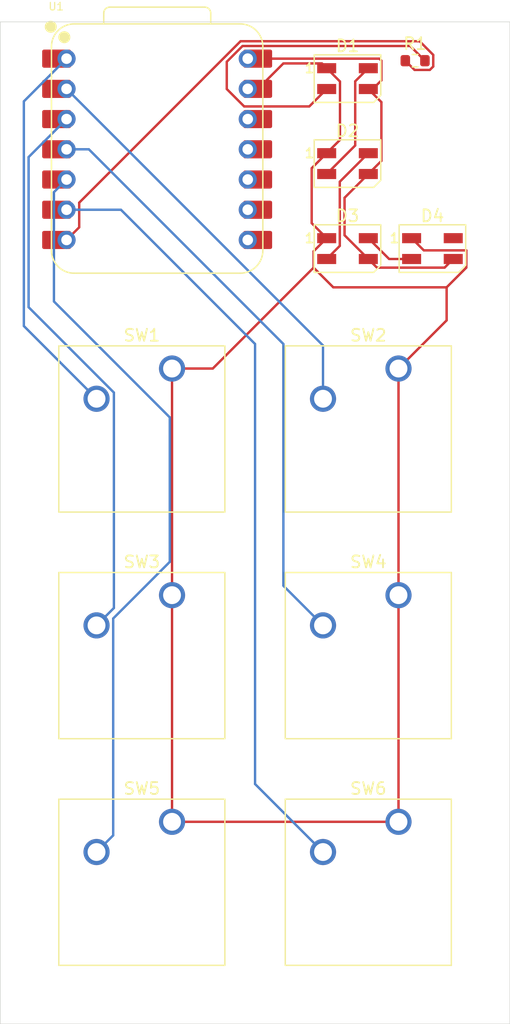
<source format=kicad_pcb>
(kicad_pcb (version 20241229) (generator "pcbnew") (generator_version "9.0")
  (layers (0 "F.Cu" signal) (2 "B.Cu" signal) (13 "F.Paste" user) (15 "B.Paste" user) (5 "F.SilkS" user "F.Silkscreen") (7 "B.SilkS" user "B.Silkscreen") (1 "F.Mask" user) (3 "B.Mask" user) (25 "Edge.Cuts" user))
  (net 0 "")
  (net 1 "+5V")
  (net 2 "Net-(D1-DIN)")
  (net 3 "Net-(D1-DOUT)")
  (net 4 "GND")
  (net 5 "Net-(D2-DOUT)")
  (net 6 "Net-(D3-DOUT)")
  (net 7 "Net-(U1-GPIO0{slash}TX)")
  (net 8 "Net-(U1-GPIO26{slash}ADC0{slash}A0)")
  (net 9 "Net-(U1-GPIO27{slash}ADC1{slash}A1)")
  (net 10 "Net-(U1-GPIO28{slash}ADC2{slash}A2)")
  (net 11 "Net-(U1-GPIO29{slash}ADC3{slash}A3)")
  (net 12 "Net-(U1-GPIO6{slash}SDA)")
  (net 13 "Net-(U1-GPIO7{slash}SCL)")
  (footprint "LED_SMD:LED_SK6812MINI_PLCC4_3.5x3.5mm_P1.75mm" (layer "F.Cu") (at 157.79375 96.75625)
    (property "Reference" "D3" (at 0 -2.75 0) (layer "F.SilkS"))
    (property "Value" "SK6812")
    (fp_line (start -2.8 -2) (end -2.8 2) (stroke (width 0.12)) (layer "F.SilkS"))
    (fp_line (start -2.8 -2) (end 2.8 -2) (stroke (width 0.12)) (layer "F.SilkS"))
    (fp_line (start -2.8 2) (end 2.2 2) (stroke (width 0.12)) (layer "F.SilkS"))
    (fp_line (start 2.8 1.4) (end 2.2 2) (stroke (width 0.12)) (layer "F.SilkS"))
    (fp_line (start 2.8 1.4) (end 2.8 -2) (stroke (width 0.12)) (layer "F.SilkS"))
    (fp_text user "1" (at -3.2 -0.875 0) (layer "F.SilkS") (effects (font (size 0.8 0.8))))
    (pad "1" smd rect (at -1.75 -0.875) (size 1.6 0.85) (layers "F.Cu" "F.Mask" "F.Paste") (net 4 "GND"))
    (pad "2" smd rect (at -1.75 0.875) (size 1.6 0.85) (layers "F.Cu" "F.Mask" "F.Paste") (net 5 "Net-(D2-DOUT)"))
    (pad "3" smd rect (at 1.75 0.875) (size 1.6 0.85) (layers "F.Cu" "F.Mask" "F.Paste") (net 1 "+5V"))
    (pad "4" smd rect (at 1.75 -0.875) (size 1.6 0.85) (layers "F.Cu" "F.Mask" "F.Paste") (net 6 "Net-(D3-DOUT)"))
  )
  (footprint "Button_Switch_Keyboard:SW_Cherry_MX_1.00u_PCB" (layer "F.Cu") (at 143.03375 144.93875)
    (property "Reference" "SW5" (at -2.54 -2.794 0) (layer "F.SilkS"))
    (property "Value" "SW_Push")
    (fp_line (start -9.525 -1.905) (end 4.445 -1.905) (stroke (width 0.12)) (layer "F.SilkS"))
    (fp_line (start -9.525 12.065) (end -9.525 -1.905) (stroke (width 0.12)) (layer "F.SilkS"))
    (fp_line (start 4.445 -1.905) (end 4.445 12.065) (stroke (width 0.12)) (layer "F.SilkS"))
    (fp_line (start 4.445 12.065) (end -9.525 12.065) (stroke (width 0.12)) (layer "F.SilkS"))
    (pad "" np_thru_hole circle (at -7.62 5.08) (size 1.7 1.7) (drill 1.7) (layers "*.Cu" "*.Mask"))
    (pad "" np_thru_hole circle (at -2.54 5.08) (size 4 4) (drill 4) (layers "*.Cu" "*.Mask"))
    (pad "" np_thru_hole circle (at 2.54 5.08) (size 1.7 1.7) (drill 1.7) (layers "*.Cu" "*.Mask"))
    (pad "1" thru_hole circle (at 0 0) (size 2.2 2.2) (drill 1.5) (layers "*.Cu" "*.Mask") (net 4 "GND"))
    (pad "2" thru_hole circle (at -6.35 2.54) (size 2.2 2.2) (drill 1.5) (layers "*.Cu" "*.Mask") (net 12 "Net-(U1-GPIO6{slash}SDA)"))
  )
  (footprint "Button_Switch_Keyboard:SW_Cherry_MX_1.00u_PCB" (layer "F.Cu") (at 162.08375 125.88875)
    (property "Reference" "SW4" (at -2.54 -2.794 0) (layer "F.SilkS"))
    (property "Value" "SW_Push")
    (fp_line (start -9.525 -1.905) (end 4.445 -1.905) (stroke (width 0.12)) (layer "F.SilkS"))
    (fp_line (start -9.525 12.065) (end -9.525 -1.905) (stroke (width 0.12)) (layer "F.SilkS"))
    (fp_line (start 4.445 -1.905) (end 4.445 12.065) (stroke (width 0.12)) (layer "F.SilkS"))
    (fp_line (start 4.445 12.065) (end -9.525 12.065) (stroke (width 0.12)) (layer "F.SilkS"))
    (pad "" np_thru_hole circle (at -7.62 5.08) (size 1.7 1.7) (drill 1.7) (layers "*.Cu" "*.Mask"))
    (pad "" np_thru_hole circle (at -2.54 5.08) (size 4 4) (drill 4) (layers "*.Cu" "*.Mask"))
    (pad "" np_thru_hole circle (at 2.54 5.08) (size 1.7 1.7) (drill 1.7) (layers "*.Cu" "*.Mask"))
    (pad "1" thru_hole circle (at 0 0) (size 2.2 2.2) (drill 1.5) (layers "*.Cu" "*.Mask") (net 4 "GND"))
    (pad "2" thru_hole circle (at -6.35 2.54) (size 2.2 2.2) (drill 1.5) (layers "*.Cu" "*.Mask") (net 11 "Net-(U1-GPIO29{slash}ADC3{slash}A3)"))
  )
  (footprint "OPL:XIAO-RP2040-DIP" (layer "F.Cu") (at 141.78225 88.41075)
    (property "Reference" "U1" (at -8.5 -12 0) (layer "F.SilkS") (effects (font (size 0.635 0.635) (thickness 0.1016))))
    (property "Value" "XIAO-RP2040-DIP")
    (fp_line (start -8.89 8.509) (end -8.89 -8.636) (stroke (width 0.127)) (layer "F.SilkS"))
    (fp_line (start -6.985 10.414) (end 6.985 10.414) (stroke (width 0.127)) (layer "F.SilkS"))
    (fp_line (start -4.495 -10.541) (end -4.491272 -11.451272) (stroke (width 0.127)) (layer "F.SilkS"))
    (fp_line (start -3.991272 -11.951) (end 4.004 -11.951) (stroke (width 0.127)) (layer "F.SilkS"))
    (fp_line (start 4.504 -11.451) (end 4.504 -10.541) (stroke (width 0.127)) (layer "F.SilkS"))
    (fp_line (start 6.985 -10.541) (end -6.985 -10.541) (stroke (width 0.1)) (layer "F.SilkS"))
    (fp_line (start 6.985 -10.541) (end -6.985 -10.541) (stroke (width 0.127)) (layer "F.SilkS"))
    (fp_line (start 8.89 8.509) (end 8.89 -8.636) (stroke (width 0.127)) (layer "F.SilkS"))
    (fp_arc (start -8.89 -8.636) (mid -8.332038 -9.983038) (end -6.985 -10.541) (stroke (width 0.127)) (layer "F.SilkS"))
    (fp_arc (start -6.985 10.414) (mid -8.332038 9.856038) (end -8.89 8.509) (stroke (width 0.127)) (layer "F.SilkS"))
    (fp_arc (start -4.491272 -11.451272) (mid -4.344728 -11.80464) (end -3.991272 -11.951) (stroke (width 0.127)) (layer "F.SilkS"))
    (fp_arc (start 4.004 -11.951) (mid 4.357553 -11.804553) (end 4.504 -11.451) (stroke (width 0.127)) (layer "F.SilkS"))
    (fp_arc (start 6.985 -10.541) (mid 8.332038 -9.983038) (end 8.89 -8.636) (stroke (width 0.127)) (layer "F.SilkS"))
    (fp_arc (start 8.89 8.509) (mid 8.332038 9.856038) (end 6.985 10.414) (stroke (width 0.127)) (layer "F.SilkS"))
    (fp_circle (center -8.95 -10.3) (end -8.95 -10.554) (stroke (width 0.5)) (fill yes) (layer "F.SilkS"))
    (fp_circle (center -7.807 -9.42) (end -7.807 -9.674) (stroke (width 0.5)) (fill yes) (layer "F.SilkS"))
    (pad "1" smd roundrect (at -8.455 -7.62 180) (size 2.432 1.524) (layers "F.Cu" "F.Mask") (roundrect_rratio 0.1) (net 8 "Net-(U1-GPIO26{slash}ADC0{slash}A0)"))
    (pad "1" thru_hole circle (at -7.62 -7.62 180) (size 1.524 1.524) (drill 0.889) (layers "*.Cu" "*.Mask") (net 8 "Net-(U1-GPIO26{slash}ADC0{slash}A0)"))
    (pad "2" smd roundrect (at -8.455 -5.08 180) (size 2.432 1.524) (layers "F.Cu" "F.Mask") (roundrect_rratio 0.1) (net 9 "Net-(U1-GPIO27{slash}ADC1{slash}A1)"))
    (pad "2" thru_hole circle (at -7.62 -5.08 180) (size 1.524 1.524) (drill 0.889) (layers "*.Cu" "*.Mask") (net 9 "Net-(U1-GPIO27{slash}ADC1{slash}A1)"))
    (pad "3" smd roundrect (at -8.455 -2.54 180) (size 2.432 1.524) (layers "F.Cu" "F.Mask") (roundrect_rratio 0.1) (net 10 "Net-(U1-GPIO28{slash}ADC2{slash}A2)"))
    (pad "3" thru_hole circle (at -7.62 -2.54 180) (size 1.524 1.524) (drill 0.889) (layers "*.Cu" "*.Mask") (net 10 "Net-(U1-GPIO28{slash}ADC2{slash}A2)"))
    (pad "4" smd roundrect (at -8.455 0 180) (size 2.432 1.524) (layers "F.Cu" "F.Mask") (roundrect_rratio 0.1) (net 11 "Net-(U1-GPIO29{slash}ADC3{slash}A3)"))
    (pad "4" thru_hole circle (at -7.62 0 180) (size 1.524 1.524) (drill 0.889) (layers "*.Cu" "*.Mask") (net 11 "Net-(U1-GPIO29{slash}ADC3{slash}A3)"))
    (pad "5" smd roundrect (at -8.455 2.54 180) (size 2.432 1.524) (layers "F.Cu" "F.Mask") (roundrect_rratio 0.1) (net 12 "Net-(U1-GPIO6{slash}SDA)"))
    (pad "5" thru_hole circle (at -7.62 2.54 180) (size 1.524 1.524) (drill 0.889) (layers "*.Cu" "*.Mask") (net 12 "Net-(U1-GPIO6{slash}SDA)"))
    (pad "6" smd roundrect (at -8.455 5.08 180) (size 2.432 1.524) (layers "F.Cu" "F.Mask") (roundrect_rratio 0.1) (net 13 "Net-(U1-GPIO7{slash}SCL)"))
    (pad "6" thru_hole circle (at -7.62 5.08 180) (size 1.524 1.524) (drill 0.889) (layers "*.Cu" "*.Mask") (net 13 "Net-(U1-GPIO7{slash}SCL)"))
    (pad "7" smd roundrect (at -8.455 7.62 180) (size 2.432 1.524) (layers "F.Cu" "F.Mask") (roundrect_rratio 0.1) (net 7 "Net-(U1-GPIO0{slash}TX)"))
    (pad "7" thru_hole circle (at -7.62 7.62 180) (size 1.524 1.524) (drill 0.889) (layers "*.Cu" "*.Mask") (net 7 "Net-(U1-GPIO0{slash}TX)"))
    (pad "8" thru_hole circle (at 7.62 7.62) (size 1.524 1.524) (drill 0.889) (layers "*.Cu" "*.Mask"))
    (pad "8" smd roundrect (at 8.455 7.62) (size 2.432 1.524) (layers "F.Cu" "F.Mask") (roundrect_rratio 0.1))
    (pad "9" thru_hole circle (at 7.62 5.08) (size 1.524 1.524) (drill 0.889) (layers "*.Cu" "*.Mask"))
    (pad "9" smd roundrect (at 8.455 5.08) (size 2.432 1.524) (layers "F.Cu" "F.Mask") (roundrect_rratio 0.1))
    (pad "10" thru_hole circle (at 7.62 2.54) (size 1.524 1.524) (drill 0.889) (layers "*.Cu" "*.Mask"))
    (pad "10" smd roundrect (at 8.455 2.54) (size 2.432 1.524) (layers "F.Cu" "F.Mask") (roundrect_rratio 0.1))
    (pad "11" thru_hole circle (at 7.62 0) (size 1.524 1.524) (drill 0.889) (layers "*.Cu" "*.Mask"))
    (pad "11" smd roundrect (at 8.455 0) (size 2.432 1.524) (layers "F.Cu" "F.Mask") (roundrect_rratio 0.1))
    (pad "12" thru_hole circle (at 7.62 -2.54) (size 1.524 1.524) (drill 0.889) (layers "*.Cu" "*.Mask"))
    (pad "12" smd roundrect (at 8.455 -2.54) (size 2.432 1.524) (layers "F.Cu" "F.Mask") (roundrect_rratio 0.1))
    (pad "13" thru_hole circle (at 7.62 -5.08) (size 1.524 1.524) (drill 0.889) (layers "*.Cu" "*.Mask") (net 4 "GND"))
    (pad "13" smd roundrect (at 8.455 -5.08) (size 2.432 1.524) (layers "F.Cu" "F.Mask") (roundrect_rratio 0.1) (net 4 "GND"))
    (pad "14" thru_hole circle (at 7.62 -7.62) (size 1.524 1.524) (drill 0.889) (layers "*.Cu" "*.Mask") (net 1 "+5V"))
    (pad "14" smd roundrect (at 8.455 -7.62) (size 2.432 1.524) (layers "F.Cu" "F.Mask") (roundrect_rratio 0.1) (net 1 "+5V"))
  )
  (footprint "Resistor_SMD:R_0603_1608Metric" (layer "F.Cu") (at 163.48125 80.9625)
    (property "Reference" "R1" (at 0 -1.43 0) (layer "F.SilkS"))
    (property "Value" "R")
    (fp_line (start -0.237258 -0.5225) (end 0.237258 -0.5225) (stroke (width 0.12)) (layer "F.SilkS"))
    (fp_line (start -0.237258 0.5225) (end 0.237258 0.5225) (stroke (width 0.12)) (layer "F.SilkS"))
    (pad "1" smd roundrect (at -0.825 0) (size 0.8 0.95) (layers "F.Cu" "F.Mask" "F.Paste") (net 7 "Net-(U1-GPIO0{slash}TX)"))
    (pad "2" smd roundrect (at 0.825 0) (size 0.8 0.95) (layers "F.Cu" "F.Mask" "F.Paste") (net 2 "Net-(D1-DIN)"))
  )
  (footprint "Button_Switch_Keyboard:SW_Cherry_MX_1.00u_PCB" (layer "F.Cu") (at 143.03375 125.88875)
    (property "Reference" "SW3" (at -2.54 -2.794 0) (layer "F.SilkS"))
    (property "Value" "SW_Push")
    (fp_line (start -9.525 -1.905) (end 4.445 -1.905) (stroke (width 0.12)) (layer "F.SilkS"))
    (fp_line (start -9.525 12.065) (end -9.525 -1.905) (stroke (width 0.12)) (layer "F.SilkS"))
    (fp_line (start 4.445 -1.905) (end 4.445 12.065) (stroke (width 0.12)) (layer "F.SilkS"))
    (fp_line (start 4.445 12.065) (end -9.525 12.065) (stroke (width 0.12)) (layer "F.SilkS"))
    (pad "" np_thru_hole circle (at -7.62 5.08) (size 1.7 1.7) (drill 1.7) (layers "*.Cu" "*.Mask"))
    (pad "" np_thru_hole circle (at -2.54 5.08) (size 4 4) (drill 4) (layers "*.Cu" "*.Mask"))
    (pad "" np_thru_hole circle (at 2.54 5.08) (size 1.7 1.7) (drill 1.7) (layers "*.Cu" "*.Mask"))
    (pad "1" thru_hole circle (at 0 0) (size 2.2 2.2) (drill 1.5) (layers "*.Cu" "*.Mask") (net 4 "GND"))
    (pad "2" thru_hole circle (at -6.35 2.54) (size 2.2 2.2) (drill 1.5) (layers "*.Cu" "*.Mask") (net 10 "Net-(U1-GPIO28{slash}ADC2{slash}A2)"))
  )
  (footprint "Button_Switch_Keyboard:SW_Cherry_MX_1.00u_PCB" (layer "F.Cu") (at 162.08375 106.83875)
    (property "Reference" "SW2" (at -2.54 -2.794 0) (layer "F.SilkS"))
    (property "Value" "SW_Push")
    (fp_line (start -9.525 -1.905) (end 4.445 -1.905) (stroke (width 0.12)) (layer "F.SilkS"))
    (fp_line (start -9.525 12.065) (end -9.525 -1.905) (stroke (width 0.12)) (layer "F.SilkS"))
    (fp_line (start 4.445 -1.905) (end 4.445 12.065) (stroke (width 0.12)) (layer "F.SilkS"))
    (fp_line (start 4.445 12.065) (end -9.525 12.065) (stroke (width 0.12)) (layer "F.SilkS"))
    (pad "" np_thru_hole circle (at -7.62 5.08) (size 1.7 1.7) (drill 1.7) (layers "*.Cu" "*.Mask"))
    (pad "" np_thru_hole circle (at -2.54 5.08) (size 4 4) (drill 4) (layers "*.Cu" "*.Mask"))
    (pad "" np_thru_hole circle (at 2.54 5.08) (size 1.7 1.7) (drill 1.7) (layers "*.Cu" "*.Mask"))
    (pad "1" thru_hole circle (at 0 0) (size 2.2 2.2) (drill 1.5) (layers "*.Cu" "*.Mask") (net 4 "GND"))
    (pad "2" thru_hole circle (at -6.35 2.54) (size 2.2 2.2) (drill 1.5) (layers "*.Cu" "*.Mask") (net 9 "Net-(U1-GPIO27{slash}ADC1{slash}A1)"))
  )
  (footprint "LED_SMD:LED_SK6812MINI_PLCC4_3.5x3.5mm_P1.75mm" (layer "F.Cu") (at 157.79375 89.6125)
    (property "Reference" "D2" (at 0 -2.75 0) (layer "F.SilkS"))
    (property "Value" "SK6812")
    (fp_line (start -2.8 -2) (end -2.8 2) (stroke (width 0.12)) (layer "F.SilkS"))
    (fp_line (start -2.8 -2) (end 2.8 -2) (stroke (width 0.12)) (layer "F.SilkS"))
    (fp_line (start -2.8 2) (end 2.2 2) (stroke (width 0.12)) (layer "F.SilkS"))
    (fp_line (start 2.8 1.4) (end 2.2 2) (stroke (width 0.12)) (layer "F.SilkS"))
    (fp_line (start 2.8 1.4) (end 2.8 -2) (stroke (width 0.12)) (layer "F.SilkS"))
    (fp_text user "1" (at -3.2 -0.875 0) (layer "F.SilkS") (effects (font (size 0.8 0.8))))
    (pad "1" smd rect (at -1.75 -0.875) (size 1.6 0.85) (layers "F.Cu" "F.Mask" "F.Paste") (net 4 "GND"))
    (pad "2" smd rect (at -1.75 0.875) (size 1.6 0.85) (layers "F.Cu" "F.Mask" "F.Paste") (net 3 "Net-(D1-DOUT)"))
    (pad "3" smd rect (at 1.75 0.875) (size 1.6 0.85) (layers "F.Cu" "F.Mask" "F.Paste") (net 1 "+5V"))
    (pad "4" smd rect (at 1.75 -0.875) (size 1.6 0.85) (layers "F.Cu" "F.Mask" "F.Paste") (net 5 "Net-(D2-DOUT)"))
  )
  (footprint "Button_Switch_Keyboard:SW_Cherry_MX_1.00u_PCB" (layer "F.Cu") (at 162.08375 144.93875)
    (property "Reference" "SW6" (at -2.54 -2.794 0) (layer "F.SilkS"))
    (property "Value" "SW_Push")
    (fp_line (start -9.525 -1.905) (end 4.445 -1.905) (stroke (width 0.12)) (layer "F.SilkS"))
    (fp_line (start -9.525 12.065) (end -9.525 -1.905) (stroke (width 0.12)) (layer "F.SilkS"))
    (fp_line (start 4.445 -1.905) (end 4.445 12.065) (stroke (width 0.12)) (layer "F.SilkS"))
    (fp_line (start 4.445 12.065) (end -9.525 12.065) (stroke (width 0.12)) (layer "F.SilkS"))
    (pad "" np_thru_hole circle (at -7.62 5.08) (size 1.7 1.7) (drill 1.7) (layers "*.Cu" "*.Mask"))
    (pad "" np_thru_hole circle (at -2.54 5.08) (size 4 4) (drill 4) (layers "*.Cu" "*.Mask"))
    (pad "" np_thru_hole circle (at 2.54 5.08) (size 1.7 1.7) (drill 1.7) (layers "*.Cu" "*.Mask"))
    (pad "1" thru_hole circle (at 0 0) (size 2.2 2.2) (drill 1.5) (layers "*.Cu" "*.Mask") (net 4 "GND"))
    (pad "2" thru_hole circle (at -6.35 2.54) (size 2.2 2.2) (drill 1.5) (layers "*.Cu" "*.Mask") (net 13 "Net-(U1-GPIO7{slash}SCL)"))
  )
  (footprint "Button_Switch_Keyboard:SW_Cherry_MX_1.00u_PCB" (layer "F.Cu") (at 143.03375 106.83875)
    (property "Reference" "SW1" (at -2.54 -2.794 0) (layer "F.SilkS"))
    (property "Value" "SW_Push")
    (fp_line (start -9.525 -1.905) (end 4.445 -1.905) (stroke (width 0.12)) (layer "F.SilkS"))
    (fp_line (start -9.525 12.065) (end -9.525 -1.905) (stroke (width 0.12)) (layer "F.SilkS"))
    (fp_line (start 4.445 -1.905) (end 4.445 12.065) (stroke (width 0.12)) (layer "F.SilkS"))
    (fp_line (start 4.445 12.065) (end -9.525 12.065) (stroke (width 0.12)) (layer "F.SilkS"))
    (pad "" np_thru_hole circle (at -7.62 5.08) (size 1.7 1.7) (drill 1.7) (layers "*.Cu" "*.Mask"))
    (pad "" np_thru_hole circle (at -2.54 5.08) (size 4 4) (drill 4) (layers "*.Cu" "*.Mask"))
    (pad "" np_thru_hole circle (at 2.54 5.08) (size 1.7 1.7) (drill 1.7) (layers "*.Cu" "*.Mask"))
    (pad "1" thru_hole circle (at 0 0) (size 2.2 2.2) (drill 1.5) (layers "*.Cu" "*.Mask") (net 4 "GND"))
    (pad "2" thru_hole circle (at -6.35 2.54) (size 2.2 2.2) (drill 1.5) (layers "*.Cu" "*.Mask") (net 8 "Net-(U1-GPIO26{slash}ADC0{slash}A0)"))
  )
  (footprint "LED_SMD:LED_SK6812MINI_PLCC4_3.5x3.5mm_P1.75mm" (layer "F.Cu") (at 157.79375 82.46875)
    (property "Reference" "D1" (at 0 -2.75 0) (layer "F.SilkS"))
    (property "Value" "SK6812")
    (fp_line (start -2.8 -2) (end -2.8 2) (stroke (width 0.12)) (layer "F.SilkS"))
    (fp_line (start -2.8 -2) (end 2.8 -2) (stroke (width 0.12)) (layer "F.SilkS"))
    (fp_line (start -2.8 2) (end 2.2 2) (stroke (width 0.12)) (layer "F.SilkS"))
    (fp_line (start 2.8 1.4) (end 2.2 2) (stroke (width 0.12)) (layer "F.SilkS"))
    (fp_line (start 2.8 1.4) (end 2.8 -2) (stroke (width 0.12)) (layer "F.SilkS"))
    (fp_text user "1" (at -3.2 -0.875 0) (layer "F.SilkS") (effects (font (size 0.8 0.8))))
    (pad "1" smd rect (at -1.75 -0.875) (size 1.6 0.85) (layers "F.Cu" "F.Mask" "F.Paste") (net 4 "GND"))
    (pad "2" smd rect (at -1.75 0.875) (size 1.6 0.85) (layers "F.Cu" "F.Mask" "F.Paste") (net 2 "Net-(D1-DIN)"))
    (pad "3" smd rect (at 1.75 0.875) (size 1.6 0.85) (layers "F.Cu" "F.Mask" "F.Paste") (net 1 "+5V"))
    (pad "4" smd rect (at 1.75 -0.875) (size 1.6 0.85) (layers "F.Cu" "F.Mask" "F.Paste") (net 3 "Net-(D1-DOUT)"))
  )
  (footprint "LED_SMD:LED_SK6812MINI_PLCC4_3.5x3.5mm_P1.75mm" (layer "F.Cu") (at 164.9375 96.75625)
    (property "Reference" "D4" (at 0 -2.75 0) (layer "F.SilkS"))
    (property "Value" "SK6812")
    (fp_line (start -2.8 -2) (end -2.8 2) (stroke (width 0.12)) (layer "F.SilkS"))
    (fp_line (start -2.8 -2) (end 2.8 -2) (stroke (width 0.12)) (layer "F.SilkS"))
    (fp_line (start -2.8 2) (end 2.2 2) (stroke (width 0.12)) (layer "F.SilkS"))
    (fp_line (start 2.8 1.4) (end 2.2 2) (stroke (width 0.12)) (layer "F.SilkS"))
    (fp_line (start 2.8 1.4) (end 2.8 -2) (stroke (width 0.12)) (layer "F.SilkS"))
    (fp_text user "1" (at -3.2 -0.875 0) (layer "F.SilkS") (effects (font (size 0.8 0.8))))
    (pad "1" smd rect (at -1.75 -0.875) (size 1.6 0.85) (layers "F.Cu" "F.Mask" "F.Paste") (net 4 "GND"))
    (pad "2" smd rect (at -1.75 0.875) (size 1.6 0.85) (layers "F.Cu" "F.Mask" "F.Paste") (net 6 "Net-(D3-DOUT)"))
    (pad "3" smd rect (at 1.75 0.875) (size 1.6 0.85) (layers "F.Cu" "F.Mask" "F.Paste") (net 1 "+5V"))
    (pad "4" smd rect (at 1.75 -0.875) (size 1.6 0.85) (layers "F.Cu" "F.Mask" "F.Paste"))
  )
  (gr_rect (start 128.5875 77.7) (end 171.45 161.925) (stroke (width 0.05)) (fill no) (layer "Edge.Cuts"))
  (segment (start 159.54375 83.34375) (end 160.64475 84.44475) (width 0.2) (layer "F.Cu") (net 1))
  (segment (start 160.26975 98.35725) (end 159.54375 97.63125) (width 0.2) (layer "F.Cu") (net 1))
  (segment (start 157.54575 92.4855) (end 157.54575 95.63325) (width 0.2) (layer "F.Cu") (net 1))
  (segment (start 157.54575 95.63325) (end 159.54375 97.63125) (width 0.2) (layer "F.Cu") (net 1))
  (segment (start 160.64475 80.9625) (end 160.473 80.79075) (width 0.2) (layer "F.Cu") (net 1))
  (segment (start 160.64475 84.44475) (end 160.64475 89.3865) (width 0.2) (layer "F.Cu") (net 1))
  (segment (start 159.54375 83.34375) (end 159.91875 83.34375) (width 0.2) (layer "F.Cu") (net 1))
  (segment (start 160.64475 89.3865) (end 159.54375 90.4875) (width 0.2) (layer "F.Cu") (net 1))
  (segment (start 159.54375 90.4875) (end 157.54575 92.4855) (width 0.2) (layer "F.Cu") (net 1))
  (segment (start 160.473 80.79075) (end 149.40225 80.79075) (width 0.2) (layer "F.Cu") (net 1))
  (segment (start 166.6875 97.63125) (end 165.9615 98.35725) (width 0.2) (layer "F.Cu") (net 1))
  (segment (start 165.9615 98.35725) (end 160.26975 98.35725) (width 0.2) (layer "F.Cu") (net 1))
  (segment (start 160.64475 82.61775) (end 160.64475 80.9625) (width 0.2) (layer "F.Cu") (net 1))
  (segment (start 159.91875 83.34375) (end 160.64475 82.61775) (width 0.2) (layer "F.Cu") (net 1))
  (segment (start 164.30625 80.9625) (end 163.0715 79.72775) (width 0.2) (layer "F.Cu") (net 2))
  (segment (start 154.57975 84.80775) (end 156.04375 83.34375) (width 0.2) (layer "F.Cu") (net 2))
  (segment (start 147.6375 81.05219) (end 147.6375 83.34375) (width 0.2) (layer "F.Cu") (net 2))
  (segment (start 163.0715 79.72775) (end 148.96194 79.72775) (width 0.2) (layer "F.Cu") (net 2))
  (segment (start 148.96194 79.72775) (end 147.6375 81.05219) (width 0.2) (layer "F.Cu") (net 2))
  (segment (start 149.1015 84.80775) (end 154.57975 84.80775) (width 0.2) (layer "F.Cu") (net 2))
  (segment (start 147.6375 83.34375) (end 149.1015 84.80775) (width 0.2) (layer "F.Cu") (net 2))
  (segment (start 158.44275 88.0885) (end 156.04375 90.4875) (width 0.2) (layer "F.Cu") (net 3))
  (segment (start 159.54375 81.59375) (end 158.44275 82.69475) (width 0.2) (layer "F.Cu") (net 3))
  (segment (start 158.44275 82.69475) (end 158.44275 88.0885) (width 0.2) (layer "F.Cu") (net 3))
  (segment (start 163.1875 95.88125) (end 164.2115 96.90525) (width 0.2) (layer "F.Cu") (net 4))
  (segment (start 154.94275 98.35725) (end 154.94275 96.98225) (width 0.2) (layer "F.Cu") (net 4))
  (segment (start 146.46125 106.83875) (end 143.03375 106.83875) (width 0.2) (layer "F.Cu") (net 4))
  (segment (start 162.08375 125.88875) (end 162.08375 144.93875) (width 0.2) (layer "F.Cu") (net 4))
  (segment (start 164.2115 96.90525) (end 167.7885 96.90525) (width 0.2) (layer "F.Cu") (net 4))
  (segment (start 155.64175 81.19175) (end 152.4 81.19175) (width 0.2) (layer "F.Cu") (net 4))
  (segment (start 166.13325 100.0125) (end 156.598 100.0125) (width 0.2) (layer "F.Cu") (net 4))
  (segment (start 166.13325 102.78925) (end 162.08375 106.83875) (width 0.2) (layer "F.Cu") (net 4))
  (segment (start 143.03375 125.88875) (end 143.03375 106.83875) (width 0.2) (layer "F.Cu") (net 4))
  (segment (start 152.4 81.19175) (end 150.261 83.33075) (width 0.2) (layer "F.Cu") (net 4))
  (segment (start 154.78125 90) (end 156.04375 88.7375) (width 0.2) (layer "F.Cu") (net 4))
  (segment (start 156.598 100.0125) (end 154.94275 98.35725) (width 0.2) (layer "F.Cu") (net 4))
  (segment (start 166.13325 100.0125) (end 166.13325 102.78925) (width 0.2) (layer "F.Cu") (net 4))
  (segment (start 167.7885 98.35725) (end 166.13325 100.0125) (width 0.2) (layer "F.Cu") (net 4))
  (segment (start 143.03375 144.93875) (end 143.03375 125.88875) (width 0.2) (layer "F.Cu") (net 4))
  (segment (start 156.04375 81.59375) (end 155.64175 81.19175) (width 0.2) (layer "F.Cu") (net 4))
  (segment (start 156.04375 88.7375) (end 157.1625 87.61875) (width 0.2) (layer "F.Cu") (net 4))
  (segment (start 154.78125 94.61875) (end 154.78125 90) (width 0.2) (layer "F.Cu") (net 4))
  (segment (start 157.1625 82.7125) (end 156.04375 81.59375) (width 0.2) (layer "F.Cu") (net 4))
  (segment (start 143.03375 144.93875) (end 162.08375 144.93875) (width 0.2) (layer "F.Cu") (net 4))
  (segment (start 154.94275 98.35725) (end 146.46125 106.83875) (width 0.2) (layer "F.Cu") (net 4))
  (segment (start 150.261 83.33075) (end 149.40225 83.33075) (width 0.2) (layer "F.Cu") (net 4))
  (segment (start 167.7885 96.90525) (end 167.7885 98.35725) (width 0.2) (layer "F.Cu") (net 4))
  (segment (start 156.04375 95.88125) (end 154.78125 94.61875) (width 0.2) (layer "F.Cu") (net 4))
  (segment (start 154.94275 96.98225) (end 156.04375 95.88125) (width 0.2) (layer "F.Cu") (net 4))
  (segment (start 162.08375 106.83875) (end 162.08375 125.88875) (width 0.2) (layer "F.Cu") (net 4))
  (segment (start 157.1625 87.61875) (end 157.1625 82.7125) (width 0.2) (layer "F.Cu") (net 4))
  (segment (start 157.14475 91.1365) (end 157.14475 96.53025) (width 0.2) (layer "F.Cu") (net 5))
  (segment (start 157.14475 96.53025) (end 156.04375 97.63125) (width 0.2) (layer "F.Cu") (net 5))
  (segment (start 159.54375 88.7375) (end 157.14475 91.1365) (width 0.2) (layer "F.Cu") (net 5))
  (segment (start 163.1875 97.63125) (end 161.29375 97.63125) (width 0.2) (layer "F.Cu") (net 6))
  (segment (start 161.29375 97.63125) (end 159.54375 95.88125) (width 0.2) (layer "F.Cu") (net 6))
  (segment (start 163.43225 81.7385) (end 164.719314 81.7385) (width 0.2) (layer "F.Cu") (net 7))
  (segment (start 148.79584 79.32675) (end 135.22525 92.89734) (width 0.2) (layer "F.Cu") (net 7))
  (segment (start 135.22525 94.96775) (end 134.16225 96.03075) (width 0.2) (layer "F.Cu") (net 7))
  (segment (start 163.859564 79.32675) (end 148.79584 79.32675) (width 0.2) (layer "F.Cu") (net 7))
  (segment (start 165.00725 80.474436) (end 163.859564 79.32675) (width 0.2) (layer "F.Cu") (net 7))
  (segment (start 165.00725 81.450564) (end 165.00725 80.474436) (width 0.2) (layer "F.Cu") (net 7))
  (segment (start 164.719314 81.7385) (end 165.00725 81.450564) (width 0.2) (layer "F.Cu") (net 7))
  (segment (start 162.65625 80.9625) (end 163.43225 81.7385) (width 0.2) (layer "F.Cu") (net 7))
  (segment (start 135.22525 92.89734) (end 135.22525 94.96775) (width 0.2) (layer "F.Cu") (net 7))
  (segment (start 130.56775 84.38525) (end 130.56775 103.26275) (width 0.2) (layer "B.Cu") (net 8))
  (segment (start 130.56775 103.26275) (end 136.68375 109.37875) (width 0.2) (layer "B.Cu") (net 8))
  (segment (start 134.16225 80.79075) (end 130.56775 84.38525) (width 0.2) (layer "B.Cu") (net 8))
  (segment (start 155.73375 109.37875) (end 155.73375 104.90225) (width 0.2) (layer "B.Cu") (net 9))
  (segment (start 155.73375 104.90225) (end 134.16225 83.33075) (width 0.2) (layer "B.Cu") (net 9))
  (segment (start 134.16225 85.87075) (end 130.96875 89.06425) (width 0.2) (layer "B.Cu") (net 10))
  (segment (start 138.14275 126.96975) (end 136.68375 128.42875) (width 0.2) (layer "B.Cu") (net 10))
  (segment (start 138.14275 108.856436) (end 138.14275 126.96975) (width 0.2) (layer "B.Cu") (net 10))
  (segment (start 130.96875 89.06425) (end 130.96875 101.682436) (width 0.2) (layer "B.Cu") (net 10))
  (segment (start 130.96875 101.682436) (end 138.14275 108.856436) (width 0.2) (layer "B.Cu") (net 10))
  (segment (start 136.03575 88.41075) (end 152.4 104.775) (width 0.2) (layer "B.Cu") (net 11))
  (segment (start 152.4 104.775) (end 152.4 125.095) (width 0.2) (layer "B.Cu") (net 11))
  (segment (start 152.4 125.095) (end 155.73375 128.42875) (width 0.2) (layer "B.Cu") (net 11))
  (segment (start 134.16225 88.41075) (end 136.03575 88.41075) (width 0.2) (layer "B.Cu") (net 11))
  (segment (start 133.09925 101.199434) (end 142.84475 110.944934) (width 0.2) (layer "B.Cu") (net 12))
  (segment (start 138.08475 127.848436) (end 138.08475 146.07775) (width 0.2) (layer "B.Cu") (net 12))
  (segment (start 138.08475 146.07775) (end 136.68375 147.47875) (width 0.2) (layer "B.Cu") (net 12))
  (segment (start 134.16225 90.95075) (end 133.09925 92.01375) (width 0.2) (layer "B.Cu") (net 12))
  (segment (start 142.84475 123.088436) (end 138.08475 127.848436) (width 0.2) (layer "B.Cu") (net 12))
  (segment (start 142.84475 110.944934) (end 142.84475 123.088436) (width 0.2) (layer "B.Cu") (net 12))
  (segment (start 133.09925 92.01375) (end 133.09925 101.199434) (width 0.2) (layer "B.Cu") (net 12))
  (segment (start 138.7345 93.49075) (end 134.16225 93.49075) (width 0.2) (layer "B.Cu") (net 13))
  (segment (start 150.01875 104.775) (end 138.7345 93.49075) (width 0.2) (layer "B.Cu") (net 13))
  (segment (start 155.73375 147.47875) (end 150.01875 141.76375) (width 0.2) (layer "B.Cu") (net 13))
  (segment (start 150.01875 141.76375) (end 150.01875 104.775) (width 0.2) (layer "B.Cu") (net 13))
)
</source>
